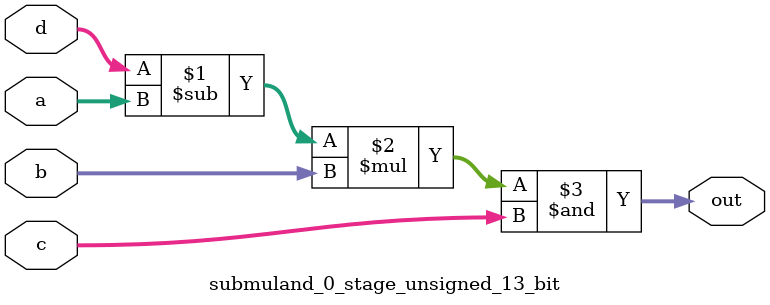
<source format=sv>
(* use_dsp = "yes" *) module submuland_0_stage_unsigned_13_bit(
	input  [12:0] a,
	input  [12:0] b,
	input  [12:0] c,
	input  [12:0] d,
	output [12:0] out
	);

	assign out = ((d - a) * b) & c;
endmodule

</source>
